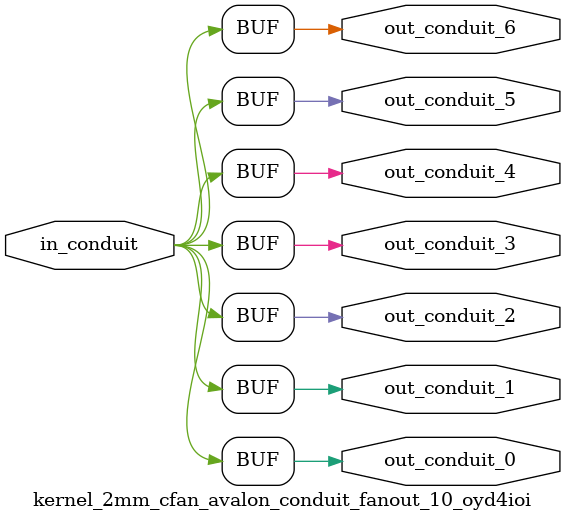
<source format=sv>


 


// --------------------------------------------------------------------------------
//| Avalon Conduit Fan-Out
// --------------------------------------------------------------------------------

// ------------------------------------------
// Generation parameters:
//   output_name:       kernel_2mm_cfan_avalon_conduit_fanout_10_oyd4ioi
//   numFanOut:         7
//   
// ------------------------------------------

module kernel_2mm_cfan_avalon_conduit_fanout_10_oyd4ioi (     

// Interface: out_conduit_0
 output                    out_conduit_0,
// Interface: out_conduit_1
 output                    out_conduit_1,
// Interface: out_conduit_2
 output                    out_conduit_2,
// Interface: out_conduit_3
 output                    out_conduit_3,
// Interface: out_conduit_4
 output                    out_conduit_4,
// Interface: out_conduit_5
 output                    out_conduit_5,
// Interface: out_conduit_6
 output                    out_conduit_6,

// Interface: in_conduit
 input                   in_conduit

);

   assign  out_conduit_0 = in_conduit;
   assign  out_conduit_1 = in_conduit;
   assign  out_conduit_2 = in_conduit;
   assign  out_conduit_3 = in_conduit;
   assign  out_conduit_4 = in_conduit;
   assign  out_conduit_5 = in_conduit;
   assign  out_conduit_6 = in_conduit;

endmodule //


</source>
